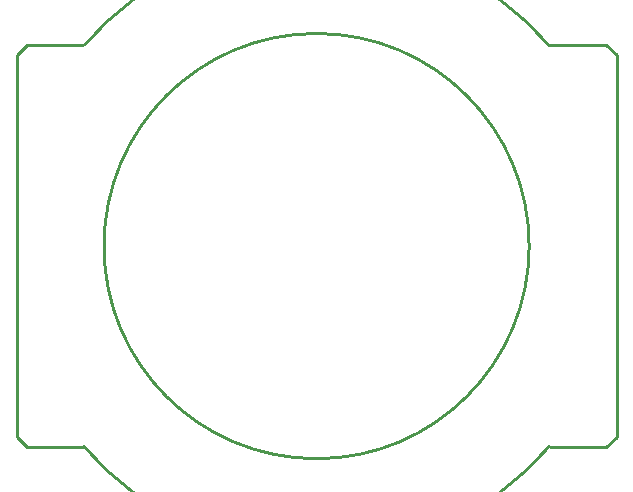
<source format=gko>
G04*
G04 #@! TF.GenerationSoftware,Altium Limited,Altium Designer,20.0.2 (26)*
G04*
G04 Layer_Color=16711935*
%FSLAX44Y44*%
%MOMM*%
G71*
G01*
G75*
%ADD10C,0.1270*%
%ADD11C,0.2540*%
D10*
X180000Y0D02*
G03*
X180000Y0I-180000J0D01*
G01*
D11*
X-197019Y-169658D02*
G03*
X197019Y-169658I197019J169658D01*
G01*
X196979Y169703D02*
G03*
X-196546Y170205I-196979J-169703D01*
G01*
X-254000Y-161290D02*
Y161437D01*
Y-161290D02*
X-245290Y-170000D01*
X-197416D01*
X-254000Y161437D02*
X-245437Y170000D01*
X-197496D01*
X254000Y-161437D02*
Y161437D01*
X245437Y170000D02*
X254000Y161437D01*
X197323Y170000D02*
X245437D01*
X245437Y-170000D02*
X254000Y-161437D01*
X197416Y-170000D02*
X245437D01*
X180000Y0D02*
G03*
X180000Y0I-180000J0D01*
G01*
M02*

</source>
